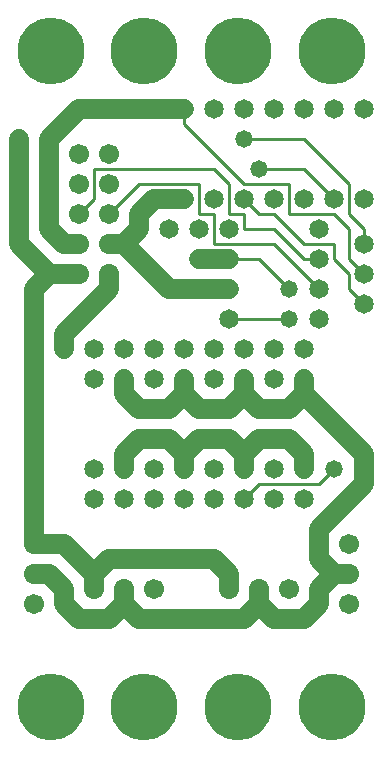
<source format=gbl>
%MOIN*%
%FSLAX25Y25*%
G04 D10 used for Character Trace; *
G04     Circle (OD=.01000) (No hole)*
G04 D11 used for Power Trace; *
G04     Circle (OD=.06500) (No hole)*
G04 D12 used for Signal Trace; *
G04     Circle (OD=.01100) (No hole)*
G04 D13 used for Via; *
G04     Circle (OD=.05800) (Round. Hole ID=.02800)*
G04 D14 used for Component hole; *
G04     Circle (OD=.06500) (Round. Hole ID=.03500)*
G04 D15 used for Component hole; *
G04     Circle (OD=.06700) (Round. Hole ID=.04300)*
G04 D16 used for Component hole; *
G04     Circle (OD=.08100) (Round. Hole ID=.05100)*
G04 D17 used for Component hole; *
G04     Circle (OD=.08900) (Round. Hole ID=.05900)*
G04 D18 used for Component hole; *
G04     Circle (OD=.11300) (Round. Hole ID=.08300)*
G04 D19 used for Component hole; *
G04     Circle (OD=.16000) (Round. Hole ID=.13000)*
G04 D20 used for Component hole; *
G04     Circle (OD=.18300) (Round. Hole ID=.15300)*
G04 D21 used for Component hole; *
G04     Circle (OD=.22291) (Round. Hole ID=.19291)*
%ADD10C,.01000*%
%ADD11C,.06500*%
%ADD12C,.01100*%
%ADD13C,.05800*%
%ADD14C,.06500*%
%ADD15C,.06700*%
%ADD16C,.08100*%
%ADD17C,.08900*%
%ADD18C,.11300*%
%ADD19C,.16000*%
%ADD20C,.18300*%
%ADD21C,.22291*%
%IPPOS*%
%LPD*%
G90*X0Y0D02*D21*X15625Y15625D03*D11*              
X45000Y45000D02*X80000D01*X85000Y50000D01*        
X90000Y45000D01*X100000D01*X105000Y50000D01*      
Y55000D01*X110000Y60000D01*X115000D01*D15*D03*D11*
X110000D02*X105000Y65000D01*Y75000D01*            
X120000Y90000D01*Y100000D01*X100000Y120000D01*    
X95000Y115000D01*X85000D01*X80000Y120000D01*      
X75000Y115000D01*X65000D01*X60000Y120000D01*      
X55000Y115000D01*X45000D01*X40000Y120000D01*      
Y125000D01*D14*D03*X50000Y135000D03*X30000D03*    
X50000Y125000D03*X40000Y135000D03*                
X30000Y125000D03*D11*X20000Y135000D02*Y140000D01* 
D13*Y135000D03*D11*Y140000D02*X35000Y155000D01*   
Y160000D01*D15*D03*X25000Y170000D03*D11*X20000D01*
X15000Y175000D01*Y205000D01*X25000Y215000D01*     
X60000D01*D14*D03*D12*Y210000D01*X80000Y190000D01*
X95000D01*Y180000D01*X110000D01*X115000Y175000D01*
Y165000D01*X120000Y160000D01*D14*D03*D12*         
Y150000D02*X115000Y155000D01*D14*                 
X120000Y150000D03*D12*X115000Y155000D02*          
Y160000D01*X110000Y165000D01*Y170000D01*          
X100000D01*X90000Y180000D01*X85000D01*            
X80000Y185000D01*D14*D03*D12*X75000Y180000D02*    
Y190000D01*Y180000D02*X80000D01*Y175000D01*       
X90000D01*X100000Y165000D01*X105000D01*D14*D03*   
D13*X95000Y155000D03*D12*X85000Y165000D01*        
X75000D01*D14*D03*D11*X65000D01*D14*D03*D12*      
X70000Y170000D02*X90000D01*X105000Y155000D01*D14* 
D03*D13*X95000Y145000D03*D12*X75000D01*D14*D03*   
X65000Y155000D03*D11*X55000D01*X40000Y170000D01*  
X35000D01*D15*D03*D11*X40000D02*X45000Y175000D01* 
Y180000D01*X50000Y185000D01*X60000D01*D14*D03*D12*
X65000Y180000D02*X70000D01*Y170000D01*D14*        
X75000Y175000D03*X65000D03*D12*Y180000D02*        
Y190000D01*X45000D01*X35000Y180000D01*D15*D03*D12*
X25000D02*X30000Y185000D01*D15*X25000Y180000D03*  
D12*X30000Y185000D02*Y195000D01*X70000D01*        
X75000Y190000D01*D14*X70000Y185000D03*D13*        
X85000Y195000D03*D12*X100000D01*X110000Y185000D01*
D14*D03*D12*X120000Y175000D02*X115000Y180000D01*  
X120000Y170000D02*Y175000D01*D14*Y170000D03*D12*  
X115000Y180000D02*Y190000D01*X100000Y205000D01*   
X80000D01*D13*D03*D14*X90000Y215000D03*X70000D03* 
X80000D03*X100000Y185000D03*Y215000D03*           
X90000Y185000D03*D21*X109375Y234375D03*D14*       
X55000Y175000D03*D21*X78125Y234375D03*D14*        
X110000Y215000D03*X105000Y175000D03*D21*          
X46875Y234375D03*D14*X120000Y185000D03*Y215000D03*
D15*X35000Y200000D03*Y190000D03*D11*              
X65000Y155000D02*X75000D01*D14*D03*               
X60000Y135000D03*X70000D03*X80000D03*X90000D03*   
X100000D03*X60000Y125000D03*D11*Y120000D01*D14*   
X70000Y125000D03*D11*X80000Y100000D02*            
X75000Y105000D01*X80000Y95000D02*Y100000D01*D14*  
Y95000D03*D12*Y85000D02*X85000Y90000D01*D14*      
X80000Y85000D03*D12*X85000Y90000D02*X105000D01*   
X110000Y95000D01*D13*D03*D14*X100000Y85000D03*D11*
Y95000D02*Y100000D01*D14*Y95000D03*D11*Y100000D02*
X95000Y105000D01*X85000D01*X80000Y100000D01*      
X65000Y105000D02*X75000D01*X60000Y100000D02*      
X65000Y105000D01*X60000Y95000D02*Y100000D01*D14*  
Y95000D03*D11*Y100000D02*X55000Y105000D01*        
X45000D01*X40000Y100000D01*Y95000D01*D14*D03*     
X50000Y85000D03*X30000D03*X50000Y95000D03*        
X30000D03*X40000Y85000D03*X60000D03*D11*          
X30000Y60000D02*X20000Y70000D01*X30000Y55000D02*  
Y60000D01*D15*Y55000D03*D11*Y60000D02*            
X35000Y65000D01*X70000D01*X75000Y60000D01*        
Y55000D01*D15*D03*D11*X85000Y50000D02*Y55000D01*  
D15*D03*X95000D03*X115000Y50000D03*D14*           
X90000Y85000D03*D15*X115000Y70000D03*D14*         
X70000Y85000D03*D15*X50000Y55000D03*D21*          
X46875Y15625D03*D14*X90000Y95000D03*D21*          
X78125Y15625D03*D11*X45000Y45000D02*              
X40000Y50000D01*X35000Y45000D01*X25000D01*        
X20000Y50000D01*Y55000D01*X15000Y60000D01*        
X10000D01*D15*D03*D11*Y70000D02*X20000D01*D15*    
X10000D03*D11*Y155000D01*X15000Y160000D01*        
X25000D01*D15*D03*D11*X15000D02*X5000Y170000D01*  
Y205000D01*D13*D03*D15*X25000Y190000D03*          
Y200000D03*D21*X15625Y234375D03*D14*              
X80000Y125000D03*D11*Y120000D01*D14*              
X90000Y125000D03*D11*X100000Y120000D02*Y125000D01*
D14*D03*X105000Y145000D03*X70000Y95000D03*D15*    
X40000Y55000D03*D11*Y50000D01*D15*X10000D03*D21*  
X109375Y15625D03*M02*                             

</source>
